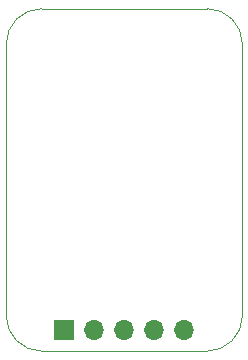
<source format=gbr>
G04 #@! TF.GenerationSoftware,KiCad,Pcbnew,5.1.6-c6e7f7d~86~ubuntu20.04.1*
G04 #@! TF.CreationDate,2020-05-17T01:00:28+03:00*
G04 #@! TF.ProjectId,EV-BA33Dxx,45562d42-4133-4334-9478-782e6b696361,v1.0*
G04 #@! TF.SameCoordinates,Original*
G04 #@! TF.FileFunction,Soldermask,Bot*
G04 #@! TF.FilePolarity,Negative*
%FSLAX46Y46*%
G04 Gerber Fmt 4.6, Leading zero omitted, Abs format (unit mm)*
G04 Created by KiCad (PCBNEW 5.1.6-c6e7f7d~86~ubuntu20.04.1) date 2020-05-17 01:00:28*
%MOMM*%
%LPD*%
G01*
G04 APERTURE LIST*
G04 #@! TA.AperFunction,Profile*
%ADD10C,0.050000*%
G04 #@! TD*
%ADD11O,1.700000X1.700000*%
%ADD12R,1.700000X1.700000*%
G04 APERTURE END LIST*
D10*
X53000000Y-79000000D02*
G75*
G02*
X50000000Y-76000000I0J3000000D01*
G01*
X50000000Y-53000000D02*
G75*
G02*
X53000000Y-50000000I3000000J0D01*
G01*
X67000000Y-50000000D02*
G75*
G02*
X70000000Y-53000000I0J-3000000D01*
G01*
X70000000Y-76000000D02*
G75*
G02*
X67000000Y-79000000I-3000000J0D01*
G01*
X50000000Y-76000000D02*
X50000000Y-53000000D01*
X67000000Y-79000000D02*
X53000000Y-79000000D01*
X70000000Y-53000000D02*
X70000000Y-76000000D01*
X53000000Y-50000000D02*
X67000000Y-50000000D01*
D11*
X65060000Y-77200000D03*
X62520000Y-77200000D03*
X59980000Y-77200000D03*
X57440000Y-77200000D03*
D12*
X54900000Y-77200000D03*
M02*

</source>
